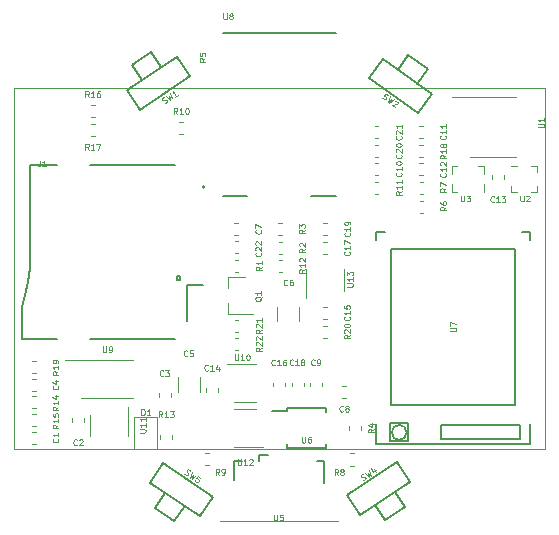
<source format=gbr>
%TF.GenerationSoftware,KiCad,Pcbnew,5.1.5+dfsg1-2~bpo10+1*%
%TF.CreationDate,Date%
%TF.ProjectId,osw,6f73772e-6b69-4636-9164-5f7063625858,1.0*%
%TF.SameCoordinates,Original*%
%TF.FileFunction,Legend,Top*%
%TF.FilePolarity,Positive*%
%FSLAX46Y46*%
G04 Gerber Fmt 4.6, Leading zero omitted, Abs format (unit mm)*
G04 Created by KiCad*
%MOMM*%
%LPD*%
G04 APERTURE LIST*
%ADD10C,0.050000*%
%ADD11C,0.120000*%
%ADD12C,0.150000*%
%ADD13C,0.100000*%
G04 APERTURE END LIST*
D10*
X137500000Y-93900000D02*
X182500000Y-93900000D01*
X137500000Y-124500000D02*
X137500000Y-93900000D01*
X182500000Y-124500000D02*
X137500000Y-124500000D01*
X182500000Y-93900000D02*
X182500000Y-124500000D01*
D11*
%TO.C,R3*%
X159920721Y-106364500D02*
X160246279Y-106364500D01*
X159920721Y-105344500D02*
X160246279Y-105344500D01*
D12*
%TO.C,SW2*%
X167607312Y-93066042D02*
X171717118Y-96051992D01*
X171717118Y-96051992D02*
X172892688Y-94433958D01*
X172892688Y-94433958D02*
X168782882Y-91448008D01*
X168782882Y-91448008D02*
X167607312Y-93066042D01*
X170028768Y-92353198D02*
X170933958Y-91107312D01*
X170933958Y-91107312D02*
X172551992Y-92282882D01*
X172551992Y-92282882D02*
X171646802Y-93528768D01*
%TO.C,SW1*%
X148203437Y-95749388D02*
X152414948Y-92908688D01*
X152414948Y-92908688D02*
X151296563Y-91250612D01*
X151296563Y-91250612D02*
X147085052Y-94091312D01*
X147085052Y-94091312D02*
X148203437Y-95749388D01*
X148361770Y-93230155D02*
X147500612Y-91953437D01*
X147500612Y-91953437D02*
X149158688Y-90835052D01*
X149158688Y-90835052D02*
X150019845Y-92111770D01*
%TO.C,SW5*%
X154373421Y-128511734D02*
X150161910Y-125671034D01*
X150161910Y-125671034D02*
X149043525Y-127329110D01*
X149043525Y-127329110D02*
X153255036Y-130169810D01*
X153255036Y-130169810D02*
X154373421Y-128511734D01*
X151978318Y-129308652D02*
X151117161Y-130585370D01*
X151117161Y-130585370D02*
X149459085Y-129466985D01*
X149459085Y-129466985D02*
X150320243Y-128190267D01*
%TO.C,SW4*%
X169962184Y-125590746D02*
X165701738Y-128357513D01*
X165701738Y-128357513D02*
X166791016Y-130034854D01*
X166791016Y-130034854D02*
X171051462Y-127268087D01*
X171051462Y-127268087D02*
X169962184Y-125590746D01*
X169759910Y-128106832D02*
X170598654Y-129398384D01*
X170598654Y-129398384D02*
X168921313Y-130487662D01*
X168921313Y-130487662D02*
X168082568Y-129196110D01*
%TO.C,U8*%
X155200000Y-89250000D02*
X164800000Y-89250000D01*
X162700000Y-103050000D02*
X164800000Y-103050000D01*
X153702349Y-102275000D02*
G75*
G03X153702349Y-102275000I-102349J0D01*
G01*
X155200000Y-103050000D02*
X157300000Y-103050000D01*
D11*
%TO.C,R18*%
X172171579Y-99722400D02*
X171846021Y-99722400D01*
X172171579Y-98702400D02*
X171846021Y-98702400D01*
%TO.C,C11*%
X172171579Y-98147600D02*
X171846021Y-98147600D01*
X172171579Y-97127600D02*
X171846021Y-97127600D01*
%TO.C,C21*%
X168061321Y-97127600D02*
X168386879Y-97127600D01*
X168061321Y-98147600D02*
X168386879Y-98147600D01*
%TO.C,C22*%
X156212321Y-106881200D02*
X156537879Y-106881200D01*
X156212321Y-107901200D02*
X156537879Y-107901200D01*
%TO.C,C20*%
X168061321Y-98702400D02*
X168386879Y-98702400D01*
X168061321Y-99722400D02*
X168386879Y-99722400D01*
D12*
%TO.C,XS1*%
X138900000Y-100450000D02*
X138900000Y-107800000D01*
X138900000Y-107800000D02*
X138850000Y-109150000D01*
X138850000Y-109150000D02*
X138700000Y-110300000D01*
X138700000Y-110300000D02*
X138500000Y-111400000D01*
X138500000Y-111400000D02*
X138200000Y-112450000D01*
X152200000Y-110600000D02*
X153500000Y-110600000D01*
X144000000Y-100450000D02*
X151200000Y-100450000D01*
X141200000Y-100450000D02*
X138900000Y-100450000D01*
X138200000Y-112450000D02*
X138200000Y-115150000D01*
X138200000Y-115150000D02*
X141200000Y-115150000D01*
X151200000Y-115150000D02*
X144000000Y-115150000D01*
X151600000Y-110150000D02*
X151600000Y-109850000D01*
X151600000Y-109850000D02*
X151300000Y-109850000D01*
X151300000Y-109850000D02*
X151300000Y-110150000D01*
X151300000Y-110150000D02*
X151600000Y-110150000D01*
X152200000Y-110600000D02*
X152200000Y-113600000D01*
D11*
%TO.C,U13*%
X162258100Y-109247100D02*
X162258100Y-111697100D01*
X165478100Y-111047100D02*
X165478100Y-109247100D01*
%TO.C,U12*%
X156199000Y-124292000D02*
X158649000Y-124292000D01*
X157999000Y-121072000D02*
X156199000Y-121072000D01*
%TO.C,U10*%
X157999000Y-117262000D02*
X155549000Y-117262000D01*
X156199000Y-120482000D02*
X157999000Y-120482000D01*
%TO.C,R22*%
X156537879Y-115034600D02*
X156212321Y-115034600D01*
X156537879Y-116054600D02*
X156212321Y-116054600D01*
%TO.C,R21*%
X156212321Y-114530600D02*
X156537879Y-114530600D01*
X156212321Y-113510600D02*
X156537879Y-113510600D01*
%TO.C,R20*%
X163692621Y-115038600D02*
X164018179Y-115038600D01*
X163692621Y-114018600D02*
X164018179Y-114018600D01*
%TO.C,R12*%
X160253879Y-108417900D02*
X159928321Y-108417900D01*
X160253879Y-109437900D02*
X159928321Y-109437900D01*
%TO.C,R2*%
X159928321Y-107913900D02*
X160253879Y-107913900D01*
X159928321Y-106893900D02*
X160253879Y-106893900D01*
%TO.C,C19*%
X163679821Y-106339100D02*
X164005379Y-106339100D01*
X163679821Y-105319100D02*
X164005379Y-105319100D01*
%TO.C,C18*%
X161034000Y-118836221D02*
X161034000Y-119161779D01*
X162054000Y-118836221D02*
X162054000Y-119161779D01*
%TO.C,C17*%
X163679821Y-107926600D02*
X164005379Y-107926600D01*
X163679821Y-106906600D02*
X164005379Y-106906600D01*
%TO.C,C16*%
X159446500Y-118836221D02*
X159446500Y-119161779D01*
X160466500Y-118836221D02*
X160466500Y-119161779D01*
%TO.C,C15*%
X163692621Y-113463800D02*
X164018179Y-113463800D01*
X163692621Y-112443800D02*
X164018179Y-112443800D01*
%TO.C,C14*%
X153820400Y-119318821D02*
X153820400Y-119644379D01*
X154840400Y-119318821D02*
X154840400Y-119644379D01*
%TO.C,C6*%
X161641200Y-113632064D02*
X161641200Y-112427936D01*
X159821200Y-113632064D02*
X159821200Y-112427936D01*
%TO.C,C5*%
X151439200Y-118396936D02*
X151439200Y-119601064D01*
X153259200Y-118396936D02*
X153259200Y-119601064D01*
%TO.C,U2*%
X179600000Y-100500000D02*
X179600000Y-100500000D01*
X180100000Y-100500000D02*
X179600000Y-100500000D01*
X179600000Y-102200000D02*
X179600000Y-102200000D01*
X179600000Y-102700000D02*
X179600000Y-102200000D01*
X180100000Y-102700000D02*
X179600000Y-102700000D01*
X181300000Y-102700000D02*
X181300000Y-102700000D01*
X181800000Y-102700000D02*
X181300000Y-102700000D01*
X181800000Y-102200000D02*
X181800000Y-102700000D01*
X181800000Y-101000000D02*
X181800000Y-101000000D01*
X181800000Y-100500000D02*
X181800000Y-101000000D01*
X181300000Y-100500000D02*
X181800000Y-100500000D01*
%TO.C,U9*%
X145440400Y-116890000D02*
X141840400Y-116890000D01*
X145440400Y-116890000D02*
X147640400Y-116890000D01*
X145440400Y-120110000D02*
X143240400Y-120110000D01*
X145440400Y-120110000D02*
X147640400Y-120110000D01*
%TO.C,R19*%
X139029221Y-117028500D02*
X139354779Y-117028500D01*
X139029221Y-118048500D02*
X139354779Y-118048500D01*
%TO.C,C13*%
X177990000Y-101612779D02*
X177990000Y-101287221D01*
X179010000Y-101612779D02*
X179010000Y-101287221D01*
%TO.C,C12*%
X172171579Y-101297200D02*
X171846021Y-101297200D01*
X172171579Y-100277200D02*
X171846021Y-100277200D01*
%TO.C,C10*%
X168061321Y-100277200D02*
X168386879Y-100277200D01*
X168061321Y-101297200D02*
X168386879Y-101297200D01*
%TO.C,C9*%
X162621500Y-119161779D02*
X162621500Y-118836221D01*
X163641500Y-119161779D02*
X163641500Y-118836221D01*
%TO.C,C8*%
X165643779Y-120144000D02*
X165318221Y-120144000D01*
X165643779Y-119124000D02*
X165318221Y-119124000D01*
%TO.C,C7*%
X156199621Y-105331800D02*
X156525179Y-105331800D01*
X156199621Y-106351800D02*
X156525179Y-106351800D01*
%TO.C,R17*%
X144352779Y-97969500D02*
X144027221Y-97969500D01*
X144352779Y-96949500D02*
X144027221Y-96949500D01*
%TO.C,R16*%
X144027221Y-95349500D02*
X144352779Y-95349500D01*
X144027221Y-96369500D02*
X144352779Y-96369500D01*
%TO.C,R7*%
X171871321Y-102872000D02*
X172196879Y-102872000D01*
X171871321Y-101852000D02*
X172196879Y-101852000D01*
%TO.C,R6*%
X171871321Y-104446800D02*
X172196879Y-104446800D01*
X171871321Y-103426800D02*
X172196879Y-103426800D01*
D13*
%TO.C,U3*%
X177300000Y-102060000D02*
X177300000Y-102700000D01*
X175080000Y-102700000D02*
X174600000Y-102700000D01*
X174600000Y-102060000D02*
X174600000Y-102700000D01*
X177300000Y-100500000D02*
X177300000Y-101140000D01*
X174600000Y-100500000D02*
X174600000Y-101140000D01*
X175080000Y-100500000D02*
X174600000Y-100500000D01*
X177300000Y-100500000D02*
X176820000Y-100500000D01*
D11*
%TO.C,U1*%
X178100000Y-94640000D02*
X174650000Y-94640000D01*
X178100000Y-94640000D02*
X180050000Y-94640000D01*
X178100000Y-99760000D02*
X176150000Y-99760000D01*
X178100000Y-99760000D02*
X180050000Y-99760000D01*
D12*
%TO.C,U6*%
X160631000Y-121232000D02*
X159406000Y-121232000D01*
X160631000Y-124357000D02*
X163981000Y-124357000D01*
X160631000Y-121007000D02*
X163981000Y-121007000D01*
X160631000Y-124357000D02*
X160631000Y-124057000D01*
X163981000Y-124357000D02*
X163981000Y-124057000D01*
X163981000Y-121007000D02*
X163981000Y-121307000D01*
X160631000Y-121007000D02*
X160631000Y-121232000D01*
D11*
%TO.C,U11*%
X147160000Y-123350000D02*
X147160000Y-120900000D01*
X143940000Y-121550000D02*
X143940000Y-123350000D01*
%TO.C,R11*%
X168061321Y-102872000D02*
X168386879Y-102872000D01*
X168061321Y-101852000D02*
X168386879Y-101852000D01*
%TO.C,R10*%
X151526021Y-97792000D02*
X151851579Y-97792000D01*
X151526021Y-96772000D02*
X151851579Y-96772000D01*
%TO.C,R14*%
X139362779Y-119990000D02*
X139037221Y-119990000D01*
X139362779Y-121010000D02*
X139037221Y-121010000D01*
%TO.C,R4*%
X165860000Y-122519221D02*
X165860000Y-122844779D01*
X166880000Y-122519221D02*
X166880000Y-122844779D01*
%TO.C,R15*%
X139362779Y-121490000D02*
X139037221Y-121490000D01*
X139362779Y-122510000D02*
X139037221Y-122510000D01*
%TO.C,R13*%
X150928800Y-123581279D02*
X150928800Y-123255721D01*
X149908800Y-123581279D02*
X149908800Y-123255721D01*
%TO.C,R1*%
X156537879Y-108430600D02*
X156212321Y-108430600D01*
X156537879Y-109450600D02*
X156212321Y-109450600D01*
%TO.C,Q1*%
X155615100Y-109900600D02*
X157075100Y-109900600D01*
X155615100Y-113060600D02*
X157775100Y-113060600D01*
X155615100Y-113060600D02*
X155615100Y-112130600D01*
X155615100Y-109900600D02*
X155615100Y-110830600D01*
%TO.C,D1*%
X147680800Y-121782100D02*
X147680800Y-124467100D01*
X149600800Y-121782100D02*
X147680800Y-121782100D01*
X149600800Y-124467100D02*
X149600800Y-121782100D01*
%TO.C,C4*%
X139362779Y-118490000D02*
X139037221Y-118490000D01*
X139362779Y-119510000D02*
X139037221Y-119510000D01*
%TO.C,C3*%
X150801800Y-120076179D02*
X150801800Y-119750621D01*
X149781800Y-120076179D02*
X149781800Y-119750621D01*
%TO.C,C2*%
X142415800Y-121858821D02*
X142415800Y-122184379D01*
X143435800Y-121858821D02*
X143435800Y-122184379D01*
%TO.C,C1*%
X139037221Y-124010000D02*
X139362779Y-124010000D01*
X139037221Y-122990000D02*
X139362779Y-122990000D01*
%TO.C,R9*%
X154061279Y-124775500D02*
X153735721Y-124775500D01*
X154061279Y-125795500D02*
X153735721Y-125795500D01*
%TO.C,R8*%
X165953221Y-125859000D02*
X166278779Y-125859000D01*
X165953221Y-124839000D02*
X166278779Y-124839000D01*
D10*
%TO.C,U5*%
X164978400Y-130532000D02*
X154978400Y-130532000D01*
D12*
X156200000Y-125500000D02*
X156800000Y-125500000D01*
X156200000Y-127100000D02*
X156200000Y-125500000D01*
X163800000Y-125500000D02*
X163200000Y-125500000D01*
X163800000Y-127300000D02*
X163800000Y-125500000D01*
X158300000Y-125000000D02*
X158300000Y-125500000D01*
X159000000Y-125000000D02*
X158300000Y-125000000D01*
%TO.C,U7*%
X180385000Y-123600000D02*
X180385000Y-122400000D01*
X180385000Y-122400000D02*
X173654000Y-122400000D01*
X173654000Y-122400000D02*
X173654000Y-123600000D01*
X173654000Y-123600000D02*
X180385000Y-123600000D01*
X170783000Y-123055000D02*
G75*
G03X170783000Y-123055000I-635000J0D01*
G01*
X170910000Y-123817000D02*
X169386000Y-123817000D01*
X169386000Y-123817000D02*
X169386000Y-122293000D01*
X169386000Y-122293000D02*
X170910000Y-122293000D01*
X170910000Y-122293000D02*
X170910000Y-123817000D01*
X179986000Y-120696000D02*
X169446000Y-120696000D01*
X169446000Y-120696000D02*
X169446000Y-107551500D01*
X169446000Y-107551500D02*
X179986000Y-107551500D01*
X179986000Y-107551500D02*
X179986000Y-120696000D01*
X168216000Y-106800000D02*
X168216000Y-106100000D01*
X168916000Y-106100000D02*
X168216000Y-106100000D01*
X181216000Y-106800000D02*
X181216000Y-106100000D01*
X180516000Y-106100000D02*
X181216000Y-106100000D01*
X181216000Y-122350000D02*
X181216000Y-124050000D01*
X168216000Y-122350000D02*
X168216000Y-124050000D01*
X181216000Y-124050000D02*
X168216000Y-124050000D01*
%TD*%
%TO.C,R3*%
D13*
X162163990Y-105887033D02*
X161925895Y-106053700D01*
X162163990Y-106172747D02*
X161663990Y-106172747D01*
X161663990Y-105982271D01*
X161687800Y-105934652D01*
X161711609Y-105910842D01*
X161759228Y-105887033D01*
X161830657Y-105887033D01*
X161878276Y-105910842D01*
X161902085Y-105934652D01*
X161925895Y-105982271D01*
X161925895Y-106172747D01*
X161663990Y-105720366D02*
X161663990Y-105410842D01*
X161854466Y-105577509D01*
X161854466Y-105506080D01*
X161878276Y-105458461D01*
X161902085Y-105434652D01*
X161949704Y-105410842D01*
X162068752Y-105410842D01*
X162116371Y-105434652D01*
X162140180Y-105458461D01*
X162163990Y-105506080D01*
X162163990Y-105648938D01*
X162140180Y-105696557D01*
X162116371Y-105720366D01*
%TO.C,J1*%
X139723833Y-100036690D02*
X139723833Y-100393833D01*
X139700023Y-100465261D01*
X139652404Y-100512880D01*
X139580976Y-100536690D01*
X139533357Y-100536690D01*
X140223833Y-100536690D02*
X139938119Y-100536690D01*
X140080976Y-100536690D02*
X140080976Y-100036690D01*
X140033357Y-100108119D01*
X139985738Y-100155738D01*
X139938119Y-100179547D01*
%TO.C,SW2*%
X168708898Y-94717072D02*
X168752690Y-94778319D01*
X168849002Y-94848294D01*
X168901521Y-94857021D01*
X168934779Y-94851754D01*
X168982031Y-94827224D01*
X169010020Y-94788699D01*
X169018748Y-94736180D01*
X169013480Y-94702923D01*
X168988951Y-94655671D01*
X168925896Y-94580429D01*
X168901367Y-94533177D01*
X168896099Y-94499919D01*
X168904827Y-94447400D01*
X168932816Y-94408875D01*
X168980069Y-94384346D01*
X169013326Y-94379078D01*
X169065845Y-94387806D01*
X169162157Y-94457780D01*
X169205949Y-94519027D01*
X169354780Y-94597729D02*
X169157199Y-95072212D01*
X169444171Y-94839257D01*
X169311297Y-95184171D01*
X169701501Y-94849637D01*
X169808348Y-94986126D02*
X169841605Y-94980858D01*
X169894125Y-94989586D01*
X169990436Y-95059560D01*
X170014966Y-95106812D01*
X170020233Y-95140070D01*
X170011506Y-95192589D01*
X169983516Y-95231114D01*
X169922269Y-95274906D01*
X169523183Y-95338115D01*
X169773593Y-95520048D01*
%TO.C,SW1*%
X150284078Y-95180977D02*
X150356609Y-95160774D01*
X150455304Y-95094203D01*
X150481468Y-95047836D01*
X150487893Y-95014783D01*
X150481003Y-94961991D01*
X150454375Y-94922513D01*
X150408008Y-94896349D01*
X150374955Y-94889924D01*
X150322163Y-94896813D01*
X150229893Y-94930331D01*
X150177100Y-94937220D01*
X150144047Y-94930795D01*
X150097680Y-94904631D01*
X150071052Y-94865153D01*
X150064163Y-94812361D01*
X150070588Y-94779308D01*
X150096751Y-94732941D01*
X150195446Y-94666370D01*
X150267977Y-94646167D01*
X150392836Y-94533229D02*
X150771128Y-94881177D01*
X150650372Y-94531836D01*
X150929040Y-94774664D01*
X150748138Y-94293575D01*
X151402775Y-94455126D02*
X151165907Y-94614895D01*
X151284341Y-94535010D02*
X151004745Y-94120492D01*
X151005209Y-94206337D01*
X150992360Y-94272443D01*
X150966196Y-94318810D01*
%TO.C,SW5*%
X151962737Y-126540986D02*
X152008640Y-126600667D01*
X152107335Y-126667238D01*
X152160127Y-126674127D01*
X152193180Y-126667702D01*
X152239547Y-126641538D01*
X152266175Y-126602060D01*
X152273064Y-126549268D01*
X152266640Y-126516215D01*
X152240476Y-126469848D01*
X152174834Y-126396852D01*
X152148670Y-126350485D01*
X152142245Y-126317432D01*
X152149134Y-126264640D01*
X152175763Y-126225162D01*
X152222130Y-126198998D01*
X152255183Y-126192573D01*
X152307975Y-126199462D01*
X152406670Y-126266033D01*
X152452573Y-126325714D01*
X152604060Y-126399174D02*
X152423158Y-126880263D01*
X152701826Y-126637435D01*
X152581070Y-126986776D01*
X152959362Y-126638828D01*
X153314664Y-126878482D02*
X153117274Y-126745341D01*
X152964394Y-126929417D01*
X152997447Y-126922992D01*
X153050239Y-126929881D01*
X153148934Y-126996452D01*
X153175098Y-127042819D01*
X153181522Y-127075872D01*
X153174633Y-127128664D01*
X153108063Y-127227359D01*
X153061695Y-127253523D01*
X153028642Y-127259948D01*
X152975850Y-127253059D01*
X152877155Y-127186488D01*
X152850991Y-127140121D01*
X152844566Y-127107068D01*
%TO.C,SW4*%
X167089510Y-127101023D02*
X167162383Y-127082089D01*
X167262225Y-127017251D01*
X167289194Y-126971347D01*
X167296195Y-126938411D01*
X167290228Y-126885507D01*
X167264293Y-126845570D01*
X167218389Y-126818601D01*
X167185453Y-126811600D01*
X167132549Y-126817567D01*
X167039708Y-126849469D01*
X166986803Y-126855436D01*
X166953868Y-126848435D01*
X166907964Y-126821466D01*
X166882029Y-126781530D01*
X166876062Y-126728625D01*
X166883063Y-126695689D01*
X166910032Y-126649786D01*
X167009874Y-126584948D01*
X167082746Y-126566013D01*
X167209557Y-126455272D02*
X167581718Y-126809769D01*
X167467078Y-126458374D01*
X167741465Y-126706028D01*
X167568987Y-126221855D01*
X167999222Y-126141184D02*
X168180769Y-126420741D01*
X167795640Y-126046276D02*
X167890312Y-126410639D01*
X168149901Y-126242060D01*
%TO.C,U8*%
X155269047Y-87576190D02*
X155269047Y-87980952D01*
X155292857Y-88028571D01*
X155316666Y-88052380D01*
X155364285Y-88076190D01*
X155459523Y-88076190D01*
X155507142Y-88052380D01*
X155530952Y-88028571D01*
X155554761Y-87980952D01*
X155554761Y-87576190D01*
X155864285Y-87790476D02*
X155816666Y-87766666D01*
X155792857Y-87742857D01*
X155769047Y-87695238D01*
X155769047Y-87671428D01*
X155792857Y-87623809D01*
X155816666Y-87600000D01*
X155864285Y-87576190D01*
X155959523Y-87576190D01*
X156007142Y-87600000D01*
X156030952Y-87623809D01*
X156054761Y-87671428D01*
X156054761Y-87695238D01*
X156030952Y-87742857D01*
X156007142Y-87766666D01*
X155959523Y-87790476D01*
X155864285Y-87790476D01*
X155816666Y-87814285D01*
X155792857Y-87838095D01*
X155769047Y-87885714D01*
X155769047Y-87980952D01*
X155792857Y-88028571D01*
X155816666Y-88052380D01*
X155864285Y-88076190D01*
X155959523Y-88076190D01*
X156007142Y-88052380D01*
X156030952Y-88028571D01*
X156054761Y-87980952D01*
X156054761Y-87885714D01*
X156030952Y-87838095D01*
X156007142Y-87814285D01*
X155959523Y-87790476D01*
%TO.C,R18*%
X174139990Y-99564828D02*
X173901895Y-99731495D01*
X174139990Y-99850542D02*
X173639990Y-99850542D01*
X173639990Y-99660066D01*
X173663800Y-99612447D01*
X173687609Y-99588638D01*
X173735228Y-99564828D01*
X173806657Y-99564828D01*
X173854276Y-99588638D01*
X173878085Y-99612447D01*
X173901895Y-99660066D01*
X173901895Y-99850542D01*
X174139990Y-99088638D02*
X174139990Y-99374352D01*
X174139990Y-99231495D02*
X173639990Y-99231495D01*
X173711419Y-99279114D01*
X173759038Y-99326733D01*
X173782847Y-99374352D01*
X173854276Y-98802923D02*
X173830466Y-98850542D01*
X173806657Y-98874352D01*
X173759038Y-98898161D01*
X173735228Y-98898161D01*
X173687609Y-98874352D01*
X173663800Y-98850542D01*
X173639990Y-98802923D01*
X173639990Y-98707685D01*
X173663800Y-98660066D01*
X173687609Y-98636257D01*
X173735228Y-98612447D01*
X173759038Y-98612447D01*
X173806657Y-98636257D01*
X173830466Y-98660066D01*
X173854276Y-98707685D01*
X173854276Y-98802923D01*
X173878085Y-98850542D01*
X173901895Y-98874352D01*
X173949514Y-98898161D01*
X174044752Y-98898161D01*
X174092371Y-98874352D01*
X174116180Y-98850542D01*
X174139990Y-98802923D01*
X174139990Y-98707685D01*
X174116180Y-98660066D01*
X174092371Y-98636257D01*
X174044752Y-98612447D01*
X173949514Y-98612447D01*
X173901895Y-98636257D01*
X173878085Y-98660066D01*
X173854276Y-98707685D01*
%TO.C,C11*%
X174066971Y-97927028D02*
X174090780Y-97950838D01*
X174114590Y-98022266D01*
X174114590Y-98069885D01*
X174090780Y-98141314D01*
X174043161Y-98188933D01*
X173995542Y-98212742D01*
X173900304Y-98236552D01*
X173828876Y-98236552D01*
X173733638Y-98212742D01*
X173686019Y-98188933D01*
X173638400Y-98141314D01*
X173614590Y-98069885D01*
X173614590Y-98022266D01*
X173638400Y-97950838D01*
X173662209Y-97927028D01*
X174114590Y-97450838D02*
X174114590Y-97736552D01*
X174114590Y-97593695D02*
X173614590Y-97593695D01*
X173686019Y-97641314D01*
X173733638Y-97688933D01*
X173757447Y-97736552D01*
X174114590Y-96974647D02*
X174114590Y-97260361D01*
X174114590Y-97117504D02*
X173614590Y-97117504D01*
X173686019Y-97165123D01*
X173733638Y-97212742D01*
X173757447Y-97260361D01*
%TO.C,C21*%
X170307771Y-97959028D02*
X170331580Y-97982838D01*
X170355390Y-98054266D01*
X170355390Y-98101885D01*
X170331580Y-98173314D01*
X170283961Y-98220933D01*
X170236342Y-98244742D01*
X170141104Y-98268552D01*
X170069676Y-98268552D01*
X169974438Y-98244742D01*
X169926819Y-98220933D01*
X169879200Y-98173314D01*
X169855390Y-98101885D01*
X169855390Y-98054266D01*
X169879200Y-97982838D01*
X169903009Y-97959028D01*
X169903009Y-97768552D02*
X169879200Y-97744742D01*
X169855390Y-97697123D01*
X169855390Y-97578076D01*
X169879200Y-97530457D01*
X169903009Y-97506647D01*
X169950628Y-97482838D01*
X169998247Y-97482838D01*
X170069676Y-97506647D01*
X170355390Y-97792361D01*
X170355390Y-97482838D01*
X170355390Y-97006647D02*
X170355390Y-97292361D01*
X170355390Y-97149504D02*
X169855390Y-97149504D01*
X169926819Y-97197123D01*
X169974438Y-97244742D01*
X169998247Y-97292361D01*
%TO.C,C22*%
X158420671Y-107839628D02*
X158444480Y-107863438D01*
X158468290Y-107934866D01*
X158468290Y-107982485D01*
X158444480Y-108053914D01*
X158396861Y-108101533D01*
X158349242Y-108125342D01*
X158254004Y-108149152D01*
X158182576Y-108149152D01*
X158087338Y-108125342D01*
X158039719Y-108101533D01*
X157992100Y-108053914D01*
X157968290Y-107982485D01*
X157968290Y-107934866D01*
X157992100Y-107863438D01*
X158015909Y-107839628D01*
X158015909Y-107649152D02*
X157992100Y-107625342D01*
X157968290Y-107577723D01*
X157968290Y-107458676D01*
X157992100Y-107411057D01*
X158015909Y-107387247D01*
X158063528Y-107363438D01*
X158111147Y-107363438D01*
X158182576Y-107387247D01*
X158468290Y-107672961D01*
X158468290Y-107363438D01*
X158015909Y-107172961D02*
X157992100Y-107149152D01*
X157968290Y-107101533D01*
X157968290Y-106982485D01*
X157992100Y-106934866D01*
X158015909Y-106911057D01*
X158063528Y-106887247D01*
X158111147Y-106887247D01*
X158182576Y-106911057D01*
X158468290Y-107196771D01*
X158468290Y-106887247D01*
%TO.C,C20*%
X170307771Y-99533828D02*
X170331580Y-99557638D01*
X170355390Y-99629066D01*
X170355390Y-99676685D01*
X170331580Y-99748114D01*
X170283961Y-99795733D01*
X170236342Y-99819542D01*
X170141104Y-99843352D01*
X170069676Y-99843352D01*
X169974438Y-99819542D01*
X169926819Y-99795733D01*
X169879200Y-99748114D01*
X169855390Y-99676685D01*
X169855390Y-99629066D01*
X169879200Y-99557638D01*
X169903009Y-99533828D01*
X169903009Y-99343352D02*
X169879200Y-99319542D01*
X169855390Y-99271923D01*
X169855390Y-99152876D01*
X169879200Y-99105257D01*
X169903009Y-99081447D01*
X169950628Y-99057638D01*
X169998247Y-99057638D01*
X170069676Y-99081447D01*
X170355390Y-99367161D01*
X170355390Y-99057638D01*
X169855390Y-98748114D02*
X169855390Y-98700495D01*
X169879200Y-98652876D01*
X169903009Y-98629066D01*
X169950628Y-98605257D01*
X170045866Y-98581447D01*
X170164914Y-98581447D01*
X170260152Y-98605257D01*
X170307771Y-98629066D01*
X170331580Y-98652876D01*
X170355390Y-98700495D01*
X170355390Y-98748114D01*
X170331580Y-98795733D01*
X170307771Y-98819542D01*
X170260152Y-98843352D01*
X170164914Y-98867161D01*
X170045866Y-98867161D01*
X169950628Y-98843352D01*
X169903009Y-98819542D01*
X169879200Y-98795733D01*
X169855390Y-98748114D01*
%TO.C,R5*%
X153743790Y-91370933D02*
X153505695Y-91537600D01*
X153743790Y-91656647D02*
X153243790Y-91656647D01*
X153243790Y-91466171D01*
X153267600Y-91418552D01*
X153291409Y-91394742D01*
X153339028Y-91370933D01*
X153410457Y-91370933D01*
X153458076Y-91394742D01*
X153481885Y-91418552D01*
X153505695Y-91466171D01*
X153505695Y-91656647D01*
X153243790Y-90918552D02*
X153243790Y-91156647D01*
X153481885Y-91180457D01*
X153458076Y-91156647D01*
X153434266Y-91109028D01*
X153434266Y-90989980D01*
X153458076Y-90942361D01*
X153481885Y-90918552D01*
X153529504Y-90894742D01*
X153648552Y-90894742D01*
X153696171Y-90918552D01*
X153719980Y-90942361D01*
X153743790Y-90989980D01*
X153743790Y-91109028D01*
X153719980Y-91156647D01*
X153696171Y-91180457D01*
%TO.C,U13*%
X165740590Y-110702647D02*
X166145352Y-110702647D01*
X166192971Y-110678838D01*
X166216780Y-110655028D01*
X166240590Y-110607409D01*
X166240590Y-110512171D01*
X166216780Y-110464552D01*
X166192971Y-110440742D01*
X166145352Y-110416933D01*
X165740590Y-110416933D01*
X166240590Y-109916933D02*
X166240590Y-110202647D01*
X166240590Y-110059790D02*
X165740590Y-110059790D01*
X165812019Y-110107409D01*
X165859638Y-110155028D01*
X165883447Y-110202647D01*
X165740590Y-109750266D02*
X165740590Y-109440742D01*
X165931066Y-109607409D01*
X165931066Y-109535980D01*
X165954876Y-109488361D01*
X165978685Y-109464552D01*
X166026304Y-109440742D01*
X166145352Y-109440742D01*
X166192971Y-109464552D01*
X166216780Y-109488361D01*
X166240590Y-109535980D01*
X166240590Y-109678838D01*
X166216780Y-109726457D01*
X166192971Y-109750266D01*
%TO.C,U12*%
X156479952Y-125308190D02*
X156479952Y-125712952D01*
X156503761Y-125760571D01*
X156527571Y-125784380D01*
X156575190Y-125808190D01*
X156670428Y-125808190D01*
X156718047Y-125784380D01*
X156741857Y-125760571D01*
X156765666Y-125712952D01*
X156765666Y-125308190D01*
X157265666Y-125808190D02*
X156979952Y-125808190D01*
X157122809Y-125808190D02*
X157122809Y-125308190D01*
X157075190Y-125379619D01*
X157027571Y-125427238D01*
X156979952Y-125451047D01*
X157456142Y-125355809D02*
X157479952Y-125332000D01*
X157527571Y-125308190D01*
X157646619Y-125308190D01*
X157694238Y-125332000D01*
X157718047Y-125355809D01*
X157741857Y-125403428D01*
X157741857Y-125451047D01*
X157718047Y-125522476D01*
X157432333Y-125808190D01*
X157741857Y-125808190D01*
%TO.C,U10*%
X156225952Y-116439190D02*
X156225952Y-116843952D01*
X156249761Y-116891571D01*
X156273571Y-116915380D01*
X156321190Y-116939190D01*
X156416428Y-116939190D01*
X156464047Y-116915380D01*
X156487857Y-116891571D01*
X156511666Y-116843952D01*
X156511666Y-116439190D01*
X157011666Y-116939190D02*
X156725952Y-116939190D01*
X156868809Y-116939190D02*
X156868809Y-116439190D01*
X156821190Y-116510619D01*
X156773571Y-116558238D01*
X156725952Y-116582047D01*
X157321190Y-116439190D02*
X157368809Y-116439190D01*
X157416428Y-116463000D01*
X157440238Y-116486809D01*
X157464047Y-116534428D01*
X157487857Y-116629666D01*
X157487857Y-116748714D01*
X157464047Y-116843952D01*
X157440238Y-116891571D01*
X157416428Y-116915380D01*
X157368809Y-116939190D01*
X157321190Y-116939190D01*
X157273571Y-116915380D01*
X157249761Y-116891571D01*
X157225952Y-116843952D01*
X157202142Y-116748714D01*
X157202142Y-116629666D01*
X157225952Y-116534428D01*
X157249761Y-116486809D01*
X157273571Y-116463000D01*
X157321190Y-116439190D01*
%TO.C,R22*%
X158506290Y-115866028D02*
X158268195Y-116032695D01*
X158506290Y-116151742D02*
X158006290Y-116151742D01*
X158006290Y-115961266D01*
X158030100Y-115913647D01*
X158053909Y-115889838D01*
X158101528Y-115866028D01*
X158172957Y-115866028D01*
X158220576Y-115889838D01*
X158244385Y-115913647D01*
X158268195Y-115961266D01*
X158268195Y-116151742D01*
X158053909Y-115675552D02*
X158030100Y-115651742D01*
X158006290Y-115604123D01*
X158006290Y-115485076D01*
X158030100Y-115437457D01*
X158053909Y-115413647D01*
X158101528Y-115389838D01*
X158149147Y-115389838D01*
X158220576Y-115413647D01*
X158506290Y-115699361D01*
X158506290Y-115389838D01*
X158053909Y-115199361D02*
X158030100Y-115175552D01*
X158006290Y-115127933D01*
X158006290Y-115008885D01*
X158030100Y-114961266D01*
X158053909Y-114937457D01*
X158101528Y-114913647D01*
X158149147Y-114913647D01*
X158220576Y-114937457D01*
X158506290Y-115223171D01*
X158506290Y-114913647D01*
%TO.C,R21*%
X158506290Y-114342028D02*
X158268195Y-114508695D01*
X158506290Y-114627742D02*
X158006290Y-114627742D01*
X158006290Y-114437266D01*
X158030100Y-114389647D01*
X158053909Y-114365838D01*
X158101528Y-114342028D01*
X158172957Y-114342028D01*
X158220576Y-114365838D01*
X158244385Y-114389647D01*
X158268195Y-114437266D01*
X158268195Y-114627742D01*
X158053909Y-114151552D02*
X158030100Y-114127742D01*
X158006290Y-114080123D01*
X158006290Y-113961076D01*
X158030100Y-113913457D01*
X158053909Y-113889647D01*
X158101528Y-113865838D01*
X158149147Y-113865838D01*
X158220576Y-113889647D01*
X158506290Y-114175361D01*
X158506290Y-113865838D01*
X158506290Y-113389647D02*
X158506290Y-113675361D01*
X158506290Y-113532504D02*
X158006290Y-113532504D01*
X158077719Y-113580123D01*
X158125338Y-113627742D01*
X158149147Y-113675361D01*
%TO.C,R20*%
X165973990Y-114811928D02*
X165735895Y-114978595D01*
X165973990Y-115097642D02*
X165473990Y-115097642D01*
X165473990Y-114907166D01*
X165497800Y-114859547D01*
X165521609Y-114835738D01*
X165569228Y-114811928D01*
X165640657Y-114811928D01*
X165688276Y-114835738D01*
X165712085Y-114859547D01*
X165735895Y-114907166D01*
X165735895Y-115097642D01*
X165521609Y-114621452D02*
X165497800Y-114597642D01*
X165473990Y-114550023D01*
X165473990Y-114430976D01*
X165497800Y-114383357D01*
X165521609Y-114359547D01*
X165569228Y-114335738D01*
X165616847Y-114335738D01*
X165688276Y-114359547D01*
X165973990Y-114645261D01*
X165973990Y-114335738D01*
X165473990Y-114026214D02*
X165473990Y-113978595D01*
X165497800Y-113930976D01*
X165521609Y-113907166D01*
X165569228Y-113883357D01*
X165664466Y-113859547D01*
X165783514Y-113859547D01*
X165878752Y-113883357D01*
X165926371Y-113907166D01*
X165950180Y-113930976D01*
X165973990Y-113978595D01*
X165973990Y-114026214D01*
X165950180Y-114073833D01*
X165926371Y-114097642D01*
X165878752Y-114121452D01*
X165783514Y-114145261D01*
X165664466Y-114145261D01*
X165569228Y-114121452D01*
X165521609Y-114097642D01*
X165497800Y-114073833D01*
X165473990Y-114026214D01*
%TO.C,R12*%
X162189290Y-109249328D02*
X161951195Y-109415995D01*
X162189290Y-109535042D02*
X161689290Y-109535042D01*
X161689290Y-109344566D01*
X161713100Y-109296947D01*
X161736909Y-109273138D01*
X161784528Y-109249328D01*
X161855957Y-109249328D01*
X161903576Y-109273138D01*
X161927385Y-109296947D01*
X161951195Y-109344566D01*
X161951195Y-109535042D01*
X162189290Y-108773138D02*
X162189290Y-109058852D01*
X162189290Y-108915995D02*
X161689290Y-108915995D01*
X161760719Y-108963614D01*
X161808338Y-109011233D01*
X161832147Y-109058852D01*
X161736909Y-108582661D02*
X161713100Y-108558852D01*
X161689290Y-108511233D01*
X161689290Y-108392185D01*
X161713100Y-108344566D01*
X161736909Y-108320757D01*
X161784528Y-108296947D01*
X161832147Y-108296947D01*
X161903576Y-108320757D01*
X162189290Y-108606471D01*
X162189290Y-108296947D01*
%TO.C,R2*%
X162189290Y-107487233D02*
X161951195Y-107653900D01*
X162189290Y-107772947D02*
X161689290Y-107772947D01*
X161689290Y-107582471D01*
X161713100Y-107534852D01*
X161736909Y-107511042D01*
X161784528Y-107487233D01*
X161855957Y-107487233D01*
X161903576Y-107511042D01*
X161927385Y-107534852D01*
X161951195Y-107582471D01*
X161951195Y-107772947D01*
X161736909Y-107296757D02*
X161713100Y-107272947D01*
X161689290Y-107225328D01*
X161689290Y-107106280D01*
X161713100Y-107058661D01*
X161736909Y-107034852D01*
X161784528Y-107011042D01*
X161832147Y-107011042D01*
X161903576Y-107034852D01*
X162189290Y-107320566D01*
X162189290Y-107011042D01*
%TO.C,C19*%
X165951671Y-106150528D02*
X165975480Y-106174338D01*
X165999290Y-106245766D01*
X165999290Y-106293385D01*
X165975480Y-106364814D01*
X165927861Y-106412433D01*
X165880242Y-106436242D01*
X165785004Y-106460052D01*
X165713576Y-106460052D01*
X165618338Y-106436242D01*
X165570719Y-106412433D01*
X165523100Y-106364814D01*
X165499290Y-106293385D01*
X165499290Y-106245766D01*
X165523100Y-106174338D01*
X165546909Y-106150528D01*
X165999290Y-105674338D02*
X165999290Y-105960052D01*
X165999290Y-105817195D02*
X165499290Y-105817195D01*
X165570719Y-105864814D01*
X165618338Y-105912433D01*
X165642147Y-105960052D01*
X165999290Y-105436242D02*
X165999290Y-105341004D01*
X165975480Y-105293385D01*
X165951671Y-105269576D01*
X165880242Y-105221957D01*
X165785004Y-105198147D01*
X165594528Y-105198147D01*
X165546909Y-105221957D01*
X165523100Y-105245766D01*
X165499290Y-105293385D01*
X165499290Y-105388623D01*
X165523100Y-105436242D01*
X165546909Y-105460052D01*
X165594528Y-105483861D01*
X165713576Y-105483861D01*
X165761195Y-105460052D01*
X165785004Y-105436242D01*
X165808814Y-105388623D01*
X165808814Y-105293385D01*
X165785004Y-105245766D01*
X165761195Y-105221957D01*
X165713576Y-105198147D01*
%TO.C,C18*%
X161171771Y-117323371D02*
X161147961Y-117347180D01*
X161076533Y-117370990D01*
X161028914Y-117370990D01*
X160957485Y-117347180D01*
X160909866Y-117299561D01*
X160886057Y-117251942D01*
X160862247Y-117156704D01*
X160862247Y-117085276D01*
X160886057Y-116990038D01*
X160909866Y-116942419D01*
X160957485Y-116894800D01*
X161028914Y-116870990D01*
X161076533Y-116870990D01*
X161147961Y-116894800D01*
X161171771Y-116918609D01*
X161647961Y-117370990D02*
X161362247Y-117370990D01*
X161505104Y-117370990D02*
X161505104Y-116870990D01*
X161457485Y-116942419D01*
X161409866Y-116990038D01*
X161362247Y-117013847D01*
X161933676Y-117085276D02*
X161886057Y-117061466D01*
X161862247Y-117037657D01*
X161838438Y-116990038D01*
X161838438Y-116966228D01*
X161862247Y-116918609D01*
X161886057Y-116894800D01*
X161933676Y-116870990D01*
X162028914Y-116870990D01*
X162076533Y-116894800D01*
X162100342Y-116918609D01*
X162124152Y-116966228D01*
X162124152Y-116990038D01*
X162100342Y-117037657D01*
X162076533Y-117061466D01*
X162028914Y-117085276D01*
X161933676Y-117085276D01*
X161886057Y-117109085D01*
X161862247Y-117132895D01*
X161838438Y-117180514D01*
X161838438Y-117275752D01*
X161862247Y-117323371D01*
X161886057Y-117347180D01*
X161933676Y-117370990D01*
X162028914Y-117370990D01*
X162076533Y-117347180D01*
X162100342Y-117323371D01*
X162124152Y-117275752D01*
X162124152Y-117180514D01*
X162100342Y-117132895D01*
X162076533Y-117109085D01*
X162028914Y-117085276D01*
%TO.C,C17*%
X165926171Y-107738028D02*
X165949980Y-107761838D01*
X165973790Y-107833266D01*
X165973790Y-107880885D01*
X165949980Y-107952314D01*
X165902361Y-107999933D01*
X165854742Y-108023742D01*
X165759504Y-108047552D01*
X165688076Y-108047552D01*
X165592838Y-108023742D01*
X165545219Y-107999933D01*
X165497600Y-107952314D01*
X165473790Y-107880885D01*
X165473790Y-107833266D01*
X165497600Y-107761838D01*
X165521409Y-107738028D01*
X165973790Y-107261838D02*
X165973790Y-107547552D01*
X165973790Y-107404695D02*
X165473790Y-107404695D01*
X165545219Y-107452314D01*
X165592838Y-107499933D01*
X165616647Y-107547552D01*
X165473790Y-107095171D02*
X165473790Y-106761838D01*
X165973790Y-106976123D01*
%TO.C,C16*%
X159635071Y-117336071D02*
X159611261Y-117359880D01*
X159539833Y-117383690D01*
X159492214Y-117383690D01*
X159420785Y-117359880D01*
X159373166Y-117312261D01*
X159349357Y-117264642D01*
X159325547Y-117169404D01*
X159325547Y-117097976D01*
X159349357Y-117002738D01*
X159373166Y-116955119D01*
X159420785Y-116907500D01*
X159492214Y-116883690D01*
X159539833Y-116883690D01*
X159611261Y-116907500D01*
X159635071Y-116931309D01*
X160111261Y-117383690D02*
X159825547Y-117383690D01*
X159968404Y-117383690D02*
X159968404Y-116883690D01*
X159920785Y-116955119D01*
X159873166Y-117002738D01*
X159825547Y-117026547D01*
X160539833Y-116883690D02*
X160444595Y-116883690D01*
X160396976Y-116907500D01*
X160373166Y-116931309D01*
X160325547Y-117002738D01*
X160301738Y-117097976D01*
X160301738Y-117288452D01*
X160325547Y-117336071D01*
X160349357Y-117359880D01*
X160396976Y-117383690D01*
X160492214Y-117383690D01*
X160539833Y-117359880D01*
X160563642Y-117336071D01*
X160587452Y-117288452D01*
X160587452Y-117169404D01*
X160563642Y-117121785D01*
X160539833Y-117097976D01*
X160492214Y-117074166D01*
X160396976Y-117074166D01*
X160349357Y-117097976D01*
X160325547Y-117121785D01*
X160301738Y-117169404D01*
%TO.C,C15*%
X165926371Y-113249828D02*
X165950180Y-113273638D01*
X165973990Y-113345066D01*
X165973990Y-113392685D01*
X165950180Y-113464114D01*
X165902561Y-113511733D01*
X165854942Y-113535542D01*
X165759704Y-113559352D01*
X165688276Y-113559352D01*
X165593038Y-113535542D01*
X165545419Y-113511733D01*
X165497800Y-113464114D01*
X165473990Y-113392685D01*
X165473990Y-113345066D01*
X165497800Y-113273638D01*
X165521609Y-113249828D01*
X165973990Y-112773638D02*
X165973990Y-113059352D01*
X165973990Y-112916495D02*
X165473990Y-112916495D01*
X165545419Y-112964114D01*
X165593038Y-113011733D01*
X165616847Y-113059352D01*
X165473990Y-112321257D02*
X165473990Y-112559352D01*
X165712085Y-112583161D01*
X165688276Y-112559352D01*
X165664466Y-112511733D01*
X165664466Y-112392685D01*
X165688276Y-112345066D01*
X165712085Y-112321257D01*
X165759704Y-112297447D01*
X165878752Y-112297447D01*
X165926371Y-112321257D01*
X165950180Y-112345066D01*
X165973990Y-112392685D01*
X165973990Y-112511733D01*
X165950180Y-112559352D01*
X165926371Y-112583161D01*
%TO.C,C14*%
X153958171Y-117780471D02*
X153934361Y-117804280D01*
X153862933Y-117828090D01*
X153815314Y-117828090D01*
X153743885Y-117804280D01*
X153696266Y-117756661D01*
X153672457Y-117709042D01*
X153648647Y-117613804D01*
X153648647Y-117542376D01*
X153672457Y-117447138D01*
X153696266Y-117399519D01*
X153743885Y-117351900D01*
X153815314Y-117328090D01*
X153862933Y-117328090D01*
X153934361Y-117351900D01*
X153958171Y-117375709D01*
X154434361Y-117828090D02*
X154148647Y-117828090D01*
X154291504Y-117828090D02*
X154291504Y-117328090D01*
X154243885Y-117399519D01*
X154196266Y-117447138D01*
X154148647Y-117470947D01*
X154862933Y-117494757D02*
X154862933Y-117828090D01*
X154743885Y-117304280D02*
X154624838Y-117661423D01*
X154934361Y-117661423D01*
%TO.C,C6*%
X160673266Y-110566971D02*
X160649457Y-110590780D01*
X160578028Y-110614590D01*
X160530409Y-110614590D01*
X160458980Y-110590780D01*
X160411361Y-110543161D01*
X160387552Y-110495542D01*
X160363742Y-110400304D01*
X160363742Y-110328876D01*
X160387552Y-110233638D01*
X160411361Y-110186019D01*
X160458980Y-110138400D01*
X160530409Y-110114590D01*
X160578028Y-110114590D01*
X160649457Y-110138400D01*
X160673266Y-110162209D01*
X161101838Y-110114590D02*
X161006600Y-110114590D01*
X160958980Y-110138400D01*
X160935171Y-110162209D01*
X160887552Y-110233638D01*
X160863742Y-110328876D01*
X160863742Y-110519352D01*
X160887552Y-110566971D01*
X160911361Y-110590780D01*
X160958980Y-110614590D01*
X161054219Y-110614590D01*
X161101838Y-110590780D01*
X161125647Y-110566971D01*
X161149457Y-110519352D01*
X161149457Y-110400304D01*
X161125647Y-110352685D01*
X161101838Y-110328876D01*
X161054219Y-110305066D01*
X160958980Y-110305066D01*
X160911361Y-110328876D01*
X160887552Y-110352685D01*
X160863742Y-110400304D01*
%TO.C,C5*%
X152215066Y-116561371D02*
X152191257Y-116585180D01*
X152119828Y-116608990D01*
X152072209Y-116608990D01*
X152000780Y-116585180D01*
X151953161Y-116537561D01*
X151929352Y-116489942D01*
X151905542Y-116394704D01*
X151905542Y-116323276D01*
X151929352Y-116228038D01*
X151953161Y-116180419D01*
X152000780Y-116132800D01*
X152072209Y-116108990D01*
X152119828Y-116108990D01*
X152191257Y-116132800D01*
X152215066Y-116156609D01*
X152667447Y-116108990D02*
X152429352Y-116108990D01*
X152405542Y-116347085D01*
X152429352Y-116323276D01*
X152476971Y-116299466D01*
X152596019Y-116299466D01*
X152643638Y-116323276D01*
X152667447Y-116347085D01*
X152691257Y-116394704D01*
X152691257Y-116513752D01*
X152667447Y-116561371D01*
X152643638Y-116585180D01*
X152596019Y-116608990D01*
X152476971Y-116608990D01*
X152429352Y-116585180D01*
X152405542Y-116561371D01*
%TO.C,U2*%
X180416247Y-103002590D02*
X180416247Y-103407352D01*
X180440057Y-103454971D01*
X180463866Y-103478780D01*
X180511485Y-103502590D01*
X180606723Y-103502590D01*
X180654342Y-103478780D01*
X180678152Y-103454971D01*
X180701961Y-103407352D01*
X180701961Y-103002590D01*
X180916247Y-103050209D02*
X180940057Y-103026400D01*
X180987676Y-103002590D01*
X181106723Y-103002590D01*
X181154342Y-103026400D01*
X181178152Y-103050209D01*
X181201961Y-103097828D01*
X181201961Y-103145447D01*
X181178152Y-103216876D01*
X180892438Y-103502590D01*
X181201961Y-103502590D01*
%TO.C,U9*%
X145059447Y-115776190D02*
X145059447Y-116180952D01*
X145083257Y-116228571D01*
X145107066Y-116252380D01*
X145154685Y-116276190D01*
X145249923Y-116276190D01*
X145297542Y-116252380D01*
X145321352Y-116228571D01*
X145345161Y-116180952D01*
X145345161Y-115776190D01*
X145607066Y-116276190D02*
X145702304Y-116276190D01*
X145749923Y-116252380D01*
X145773733Y-116228571D01*
X145821352Y-116157142D01*
X145845161Y-116061904D01*
X145845161Y-115871428D01*
X145821352Y-115823809D01*
X145797542Y-115800000D01*
X145749923Y-115776190D01*
X145654685Y-115776190D01*
X145607066Y-115800000D01*
X145583257Y-115823809D01*
X145559447Y-115871428D01*
X145559447Y-115990476D01*
X145583257Y-116038095D01*
X145607066Y-116061904D01*
X145654685Y-116085714D01*
X145749923Y-116085714D01*
X145797542Y-116061904D01*
X145821352Y-116038095D01*
X145845161Y-115990476D01*
%TO.C,R19*%
X141297790Y-117872628D02*
X141059695Y-118039295D01*
X141297790Y-118158342D02*
X140797790Y-118158342D01*
X140797790Y-117967866D01*
X140821600Y-117920247D01*
X140845409Y-117896438D01*
X140893028Y-117872628D01*
X140964457Y-117872628D01*
X141012076Y-117896438D01*
X141035885Y-117920247D01*
X141059695Y-117967866D01*
X141059695Y-118158342D01*
X141297790Y-117396438D02*
X141297790Y-117682152D01*
X141297790Y-117539295D02*
X140797790Y-117539295D01*
X140869219Y-117586914D01*
X140916838Y-117634533D01*
X140940647Y-117682152D01*
X141297790Y-117158342D02*
X141297790Y-117063104D01*
X141273980Y-117015485D01*
X141250171Y-116991676D01*
X141178742Y-116944057D01*
X141083504Y-116920247D01*
X140893028Y-116920247D01*
X140845409Y-116944057D01*
X140821600Y-116967866D01*
X140797790Y-117015485D01*
X140797790Y-117110723D01*
X140821600Y-117158342D01*
X140845409Y-117182152D01*
X140893028Y-117205961D01*
X141012076Y-117205961D01*
X141059695Y-117182152D01*
X141083504Y-117158342D01*
X141107314Y-117110723D01*
X141107314Y-117015485D01*
X141083504Y-116967866D01*
X141059695Y-116944057D01*
X141012076Y-116920247D01*
%TO.C,C13*%
X178177071Y-103505771D02*
X178153261Y-103529580D01*
X178081833Y-103553390D01*
X178034214Y-103553390D01*
X177962785Y-103529580D01*
X177915166Y-103481961D01*
X177891357Y-103434342D01*
X177867547Y-103339104D01*
X177867547Y-103267676D01*
X177891357Y-103172438D01*
X177915166Y-103124819D01*
X177962785Y-103077200D01*
X178034214Y-103053390D01*
X178081833Y-103053390D01*
X178153261Y-103077200D01*
X178177071Y-103101009D01*
X178653261Y-103553390D02*
X178367547Y-103553390D01*
X178510404Y-103553390D02*
X178510404Y-103053390D01*
X178462785Y-103124819D01*
X178415166Y-103172438D01*
X178367547Y-103196247D01*
X178819928Y-103053390D02*
X179129452Y-103053390D01*
X178962785Y-103243866D01*
X179034214Y-103243866D01*
X179081833Y-103267676D01*
X179105642Y-103291485D01*
X179129452Y-103339104D01*
X179129452Y-103458152D01*
X179105642Y-103505771D01*
X179081833Y-103529580D01*
X179034214Y-103553390D01*
X178891357Y-103553390D01*
X178843738Y-103529580D01*
X178819928Y-103505771D01*
%TO.C,C12*%
X174066971Y-101108628D02*
X174090780Y-101132438D01*
X174114590Y-101203866D01*
X174114590Y-101251485D01*
X174090780Y-101322914D01*
X174043161Y-101370533D01*
X173995542Y-101394342D01*
X173900304Y-101418152D01*
X173828876Y-101418152D01*
X173733638Y-101394342D01*
X173686019Y-101370533D01*
X173638400Y-101322914D01*
X173614590Y-101251485D01*
X173614590Y-101203866D01*
X173638400Y-101132438D01*
X173662209Y-101108628D01*
X174114590Y-100632438D02*
X174114590Y-100918152D01*
X174114590Y-100775295D02*
X173614590Y-100775295D01*
X173686019Y-100822914D01*
X173733638Y-100870533D01*
X173757447Y-100918152D01*
X173662209Y-100441961D02*
X173638400Y-100418152D01*
X173614590Y-100370533D01*
X173614590Y-100251485D01*
X173638400Y-100203866D01*
X173662209Y-100180057D01*
X173709828Y-100156247D01*
X173757447Y-100156247D01*
X173828876Y-100180057D01*
X174114590Y-100465771D01*
X174114590Y-100156247D01*
%TO.C,C10*%
X170307771Y-101057828D02*
X170331580Y-101081638D01*
X170355390Y-101153066D01*
X170355390Y-101200685D01*
X170331580Y-101272114D01*
X170283961Y-101319733D01*
X170236342Y-101343542D01*
X170141104Y-101367352D01*
X170069676Y-101367352D01*
X169974438Y-101343542D01*
X169926819Y-101319733D01*
X169879200Y-101272114D01*
X169855390Y-101200685D01*
X169855390Y-101153066D01*
X169879200Y-101081638D01*
X169903009Y-101057828D01*
X170355390Y-100581638D02*
X170355390Y-100867352D01*
X170355390Y-100724495D02*
X169855390Y-100724495D01*
X169926819Y-100772114D01*
X169974438Y-100819733D01*
X169998247Y-100867352D01*
X169855390Y-100272114D02*
X169855390Y-100224495D01*
X169879200Y-100176876D01*
X169903009Y-100153066D01*
X169950628Y-100129257D01*
X170045866Y-100105447D01*
X170164914Y-100105447D01*
X170260152Y-100129257D01*
X170307771Y-100153066D01*
X170331580Y-100176876D01*
X170355390Y-100224495D01*
X170355390Y-100272114D01*
X170331580Y-100319733D01*
X170307771Y-100343542D01*
X170260152Y-100367352D01*
X170164914Y-100391161D01*
X170045866Y-100391161D01*
X169950628Y-100367352D01*
X169903009Y-100343542D01*
X169879200Y-100319733D01*
X169855390Y-100272114D01*
%TO.C,C9*%
X162984666Y-117323371D02*
X162960857Y-117347180D01*
X162889428Y-117370990D01*
X162841809Y-117370990D01*
X162770380Y-117347180D01*
X162722761Y-117299561D01*
X162698952Y-117251942D01*
X162675142Y-117156704D01*
X162675142Y-117085276D01*
X162698952Y-116990038D01*
X162722761Y-116942419D01*
X162770380Y-116894800D01*
X162841809Y-116870990D01*
X162889428Y-116870990D01*
X162960857Y-116894800D01*
X162984666Y-116918609D01*
X163222761Y-117370990D02*
X163318000Y-117370990D01*
X163365619Y-117347180D01*
X163389428Y-117323371D01*
X163437047Y-117251942D01*
X163460857Y-117156704D01*
X163460857Y-116966228D01*
X163437047Y-116918609D01*
X163413238Y-116894800D01*
X163365619Y-116870990D01*
X163270380Y-116870990D01*
X163222761Y-116894800D01*
X163198952Y-116918609D01*
X163175142Y-116966228D01*
X163175142Y-117085276D01*
X163198952Y-117132895D01*
X163222761Y-117156704D01*
X163270380Y-117180514D01*
X163365619Y-117180514D01*
X163413238Y-117156704D01*
X163437047Y-117132895D01*
X163460857Y-117085276D01*
%TO.C,C8*%
X165397666Y-121242571D02*
X165373857Y-121266380D01*
X165302428Y-121290190D01*
X165254809Y-121290190D01*
X165183380Y-121266380D01*
X165135761Y-121218761D01*
X165111952Y-121171142D01*
X165088142Y-121075904D01*
X165088142Y-121004476D01*
X165111952Y-120909238D01*
X165135761Y-120861619D01*
X165183380Y-120814000D01*
X165254809Y-120790190D01*
X165302428Y-120790190D01*
X165373857Y-120814000D01*
X165397666Y-120837809D01*
X165683380Y-121004476D02*
X165635761Y-120980666D01*
X165611952Y-120956857D01*
X165588142Y-120909238D01*
X165588142Y-120885428D01*
X165611952Y-120837809D01*
X165635761Y-120814000D01*
X165683380Y-120790190D01*
X165778619Y-120790190D01*
X165826238Y-120814000D01*
X165850047Y-120837809D01*
X165873857Y-120885428D01*
X165873857Y-120909238D01*
X165850047Y-120956857D01*
X165826238Y-120980666D01*
X165778619Y-121004476D01*
X165683380Y-121004476D01*
X165635761Y-121028285D01*
X165611952Y-121052095D01*
X165588142Y-121099714D01*
X165588142Y-121194952D01*
X165611952Y-121242571D01*
X165635761Y-121266380D01*
X165683380Y-121290190D01*
X165778619Y-121290190D01*
X165826238Y-121266380D01*
X165850047Y-121242571D01*
X165873857Y-121194952D01*
X165873857Y-121099714D01*
X165850047Y-121052095D01*
X165826238Y-121028285D01*
X165778619Y-121004476D01*
%TO.C,C7*%
X158431471Y-105907133D02*
X158455280Y-105930942D01*
X158479090Y-106002371D01*
X158479090Y-106049990D01*
X158455280Y-106121419D01*
X158407661Y-106169038D01*
X158360042Y-106192847D01*
X158264804Y-106216657D01*
X158193376Y-106216657D01*
X158098138Y-106192847D01*
X158050519Y-106169038D01*
X158002900Y-106121419D01*
X157979090Y-106049990D01*
X157979090Y-106002371D01*
X158002900Y-105930942D01*
X158026709Y-105907133D01*
X157979090Y-105740466D02*
X157979090Y-105407133D01*
X158479090Y-105621419D01*
%TO.C,R17*%
X143868571Y-99115690D02*
X143701904Y-98877595D01*
X143582857Y-99115690D02*
X143582857Y-98615690D01*
X143773333Y-98615690D01*
X143820952Y-98639500D01*
X143844761Y-98663309D01*
X143868571Y-98710928D01*
X143868571Y-98782357D01*
X143844761Y-98829976D01*
X143820952Y-98853785D01*
X143773333Y-98877595D01*
X143582857Y-98877595D01*
X144344761Y-99115690D02*
X144059047Y-99115690D01*
X144201904Y-99115690D02*
X144201904Y-98615690D01*
X144154285Y-98687119D01*
X144106666Y-98734738D01*
X144059047Y-98758547D01*
X144511428Y-98615690D02*
X144844761Y-98615690D01*
X144630476Y-99115690D01*
%TO.C,R16*%
X143868571Y-94655690D02*
X143701904Y-94417595D01*
X143582857Y-94655690D02*
X143582857Y-94155690D01*
X143773333Y-94155690D01*
X143820952Y-94179500D01*
X143844761Y-94203309D01*
X143868571Y-94250928D01*
X143868571Y-94322357D01*
X143844761Y-94369976D01*
X143820952Y-94393785D01*
X143773333Y-94417595D01*
X143582857Y-94417595D01*
X144344761Y-94655690D02*
X144059047Y-94655690D01*
X144201904Y-94655690D02*
X144201904Y-94155690D01*
X144154285Y-94227119D01*
X144106666Y-94274738D01*
X144059047Y-94298547D01*
X144773333Y-94155690D02*
X144678095Y-94155690D01*
X144630476Y-94179500D01*
X144606666Y-94203309D01*
X144559047Y-94274738D01*
X144535238Y-94369976D01*
X144535238Y-94560452D01*
X144559047Y-94608071D01*
X144582857Y-94631880D01*
X144630476Y-94655690D01*
X144725714Y-94655690D01*
X144773333Y-94631880D01*
X144797142Y-94608071D01*
X144820952Y-94560452D01*
X144820952Y-94441404D01*
X144797142Y-94393785D01*
X144773333Y-94369976D01*
X144725714Y-94346166D01*
X144630476Y-94346166D01*
X144582857Y-94369976D01*
X144559047Y-94393785D01*
X144535238Y-94441404D01*
%TO.C,R7*%
X174139890Y-102381833D02*
X173901795Y-102548500D01*
X174139890Y-102667547D02*
X173639890Y-102667547D01*
X173639890Y-102477071D01*
X173663700Y-102429452D01*
X173687509Y-102405642D01*
X173735128Y-102381833D01*
X173806557Y-102381833D01*
X173854176Y-102405642D01*
X173877985Y-102429452D01*
X173901795Y-102477071D01*
X173901795Y-102667547D01*
X173639890Y-102215166D02*
X173639890Y-101881833D01*
X174139890Y-102096119D01*
%TO.C,R6*%
X174139890Y-103956633D02*
X173901795Y-104123300D01*
X174139890Y-104242347D02*
X173639890Y-104242347D01*
X173639890Y-104051871D01*
X173663700Y-104004252D01*
X173687509Y-103980442D01*
X173735128Y-103956633D01*
X173806557Y-103956633D01*
X173854176Y-103980442D01*
X173877985Y-104004252D01*
X173901795Y-104051871D01*
X173901795Y-104242347D01*
X173639890Y-103528061D02*
X173639890Y-103623300D01*
X173663700Y-103670919D01*
X173687509Y-103694728D01*
X173758938Y-103742347D01*
X173854176Y-103766157D01*
X174044652Y-103766157D01*
X174092271Y-103742347D01*
X174116080Y-103718538D01*
X174139890Y-103670919D01*
X174139890Y-103575680D01*
X174116080Y-103528061D01*
X174092271Y-103504252D01*
X174044652Y-103480442D01*
X173925604Y-103480442D01*
X173877985Y-103504252D01*
X173854176Y-103528061D01*
X173830366Y-103575680D01*
X173830366Y-103670919D01*
X173854176Y-103718538D01*
X173877985Y-103742347D01*
X173925604Y-103766157D01*
%TO.C,U3*%
X175387047Y-103002590D02*
X175387047Y-103407352D01*
X175410857Y-103454971D01*
X175434666Y-103478780D01*
X175482285Y-103502590D01*
X175577523Y-103502590D01*
X175625142Y-103478780D01*
X175648952Y-103454971D01*
X175672761Y-103407352D01*
X175672761Y-103002590D01*
X175863238Y-103002590D02*
X176172761Y-103002590D01*
X176006095Y-103193066D01*
X176077523Y-103193066D01*
X176125142Y-103216876D01*
X176148952Y-103240685D01*
X176172761Y-103288304D01*
X176172761Y-103407352D01*
X176148952Y-103454971D01*
X176125142Y-103478780D01*
X176077523Y-103502590D01*
X175934666Y-103502590D01*
X175887047Y-103478780D01*
X175863238Y-103454971D01*
%TO.C,U1*%
X181894990Y-97205752D02*
X182299752Y-97205752D01*
X182347371Y-97181942D01*
X182371180Y-97158133D01*
X182394990Y-97110514D01*
X182394990Y-97015276D01*
X182371180Y-96967657D01*
X182347371Y-96943847D01*
X182299752Y-96920038D01*
X181894990Y-96920038D01*
X182394990Y-96420038D02*
X182394990Y-96705752D01*
X182394990Y-96562895D02*
X181894990Y-96562895D01*
X181966419Y-96610514D01*
X182014038Y-96658133D01*
X182037847Y-96705752D01*
%TO.C,U6*%
X161925047Y-123424190D02*
X161925047Y-123828952D01*
X161948857Y-123876571D01*
X161972666Y-123900380D01*
X162020285Y-123924190D01*
X162115523Y-123924190D01*
X162163142Y-123900380D01*
X162186952Y-123876571D01*
X162210761Y-123828952D01*
X162210761Y-123424190D01*
X162663142Y-123424190D02*
X162567904Y-123424190D01*
X162520285Y-123448000D01*
X162496476Y-123471809D01*
X162448857Y-123543238D01*
X162425047Y-123638476D01*
X162425047Y-123828952D01*
X162448857Y-123876571D01*
X162472666Y-123900380D01*
X162520285Y-123924190D01*
X162615523Y-123924190D01*
X162663142Y-123900380D01*
X162686952Y-123876571D01*
X162710761Y-123828952D01*
X162710761Y-123709904D01*
X162686952Y-123662285D01*
X162663142Y-123638476D01*
X162615523Y-123614666D01*
X162520285Y-123614666D01*
X162472666Y-123638476D01*
X162448857Y-123662285D01*
X162425047Y-123709904D01*
%TO.C,U11*%
X148176190Y-123069047D02*
X148580952Y-123069047D01*
X148628571Y-123045238D01*
X148652380Y-123021428D01*
X148676190Y-122973809D01*
X148676190Y-122878571D01*
X148652380Y-122830952D01*
X148628571Y-122807142D01*
X148580952Y-122783333D01*
X148176190Y-122783333D01*
X148676190Y-122283333D02*
X148676190Y-122569047D01*
X148676190Y-122426190D02*
X148176190Y-122426190D01*
X148247619Y-122473809D01*
X148295238Y-122521428D01*
X148319047Y-122569047D01*
X148676190Y-121807142D02*
X148676190Y-122092857D01*
X148676190Y-121950000D02*
X148176190Y-121950000D01*
X148247619Y-121997619D01*
X148295238Y-122045238D01*
X148319047Y-122092857D01*
%TO.C,R11*%
X170355390Y-102632628D02*
X170117295Y-102799295D01*
X170355390Y-102918342D02*
X169855390Y-102918342D01*
X169855390Y-102727866D01*
X169879200Y-102680247D01*
X169903009Y-102656438D01*
X169950628Y-102632628D01*
X170022057Y-102632628D01*
X170069676Y-102656438D01*
X170093485Y-102680247D01*
X170117295Y-102727866D01*
X170117295Y-102918342D01*
X170355390Y-102156438D02*
X170355390Y-102442152D01*
X170355390Y-102299295D02*
X169855390Y-102299295D01*
X169926819Y-102346914D01*
X169974438Y-102394533D01*
X169998247Y-102442152D01*
X170355390Y-101680247D02*
X170355390Y-101965961D01*
X170355390Y-101823104D02*
X169855390Y-101823104D01*
X169926819Y-101870723D01*
X169974438Y-101918342D01*
X169998247Y-101965961D01*
%TO.C,R10*%
X151367371Y-96078190D02*
X151200704Y-95840095D01*
X151081657Y-96078190D02*
X151081657Y-95578190D01*
X151272133Y-95578190D01*
X151319752Y-95602000D01*
X151343561Y-95625809D01*
X151367371Y-95673428D01*
X151367371Y-95744857D01*
X151343561Y-95792476D01*
X151319752Y-95816285D01*
X151272133Y-95840095D01*
X151081657Y-95840095D01*
X151843561Y-96078190D02*
X151557847Y-96078190D01*
X151700704Y-96078190D02*
X151700704Y-95578190D01*
X151653085Y-95649619D01*
X151605466Y-95697238D01*
X151557847Y-95721047D01*
X152153085Y-95578190D02*
X152200704Y-95578190D01*
X152248323Y-95602000D01*
X152272133Y-95625809D01*
X152295942Y-95673428D01*
X152319752Y-95768666D01*
X152319752Y-95887714D01*
X152295942Y-95982952D01*
X152272133Y-96030571D01*
X152248323Y-96054380D01*
X152200704Y-96078190D01*
X152153085Y-96078190D01*
X152105466Y-96054380D01*
X152081657Y-96030571D01*
X152057847Y-95982952D01*
X152034038Y-95887714D01*
X152034038Y-95768666D01*
X152057847Y-95673428D01*
X152081657Y-95625809D01*
X152105466Y-95602000D01*
X152153085Y-95578190D01*
%TO.C,R14*%
X141297790Y-120869828D02*
X141059695Y-121036495D01*
X141297790Y-121155542D02*
X140797790Y-121155542D01*
X140797790Y-120965066D01*
X140821600Y-120917447D01*
X140845409Y-120893638D01*
X140893028Y-120869828D01*
X140964457Y-120869828D01*
X141012076Y-120893638D01*
X141035885Y-120917447D01*
X141059695Y-120965066D01*
X141059695Y-121155542D01*
X141297790Y-120393638D02*
X141297790Y-120679352D01*
X141297790Y-120536495D02*
X140797790Y-120536495D01*
X140869219Y-120584114D01*
X140916838Y-120631733D01*
X140940647Y-120679352D01*
X140964457Y-119965066D02*
X141297790Y-119965066D01*
X140773980Y-120084114D02*
X141131123Y-120203161D01*
X141131123Y-119893638D01*
%TO.C,R4*%
X168026190Y-122765333D02*
X167788095Y-122932000D01*
X168026190Y-123051047D02*
X167526190Y-123051047D01*
X167526190Y-122860571D01*
X167550000Y-122812952D01*
X167573809Y-122789142D01*
X167621428Y-122765333D01*
X167692857Y-122765333D01*
X167740476Y-122789142D01*
X167764285Y-122812952D01*
X167788095Y-122860571D01*
X167788095Y-123051047D01*
X167692857Y-122336761D02*
X168026190Y-122336761D01*
X167502380Y-122455809D02*
X167859523Y-122574857D01*
X167859523Y-122265333D01*
%TO.C,R15*%
X141297790Y-122393828D02*
X141059695Y-122560495D01*
X141297790Y-122679542D02*
X140797790Y-122679542D01*
X140797790Y-122489066D01*
X140821600Y-122441447D01*
X140845409Y-122417638D01*
X140893028Y-122393828D01*
X140964457Y-122393828D01*
X141012076Y-122417638D01*
X141035885Y-122441447D01*
X141059695Y-122489066D01*
X141059695Y-122679542D01*
X141297790Y-121917638D02*
X141297790Y-122203352D01*
X141297790Y-122060495D02*
X140797790Y-122060495D01*
X140869219Y-122108114D01*
X140916838Y-122155733D01*
X140940647Y-122203352D01*
X140797790Y-121465257D02*
X140797790Y-121703352D01*
X141035885Y-121727161D01*
X141012076Y-121703352D01*
X140988266Y-121655733D01*
X140988266Y-121536685D01*
X141012076Y-121489066D01*
X141035885Y-121465257D01*
X141083504Y-121441447D01*
X141202552Y-121441447D01*
X141250171Y-121465257D01*
X141273980Y-121489066D01*
X141297790Y-121536685D01*
X141297790Y-121655733D01*
X141273980Y-121703352D01*
X141250171Y-121727161D01*
%TO.C,R13*%
X150097371Y-121765090D02*
X149930704Y-121526995D01*
X149811657Y-121765090D02*
X149811657Y-121265090D01*
X150002133Y-121265090D01*
X150049752Y-121288900D01*
X150073561Y-121312709D01*
X150097371Y-121360328D01*
X150097371Y-121431757D01*
X150073561Y-121479376D01*
X150049752Y-121503185D01*
X150002133Y-121526995D01*
X149811657Y-121526995D01*
X150573561Y-121765090D02*
X150287847Y-121765090D01*
X150430704Y-121765090D02*
X150430704Y-121265090D01*
X150383085Y-121336519D01*
X150335466Y-121384138D01*
X150287847Y-121407947D01*
X150740228Y-121265090D02*
X151049752Y-121265090D01*
X150883085Y-121455566D01*
X150954514Y-121455566D01*
X151002133Y-121479376D01*
X151025942Y-121503185D01*
X151049752Y-121550804D01*
X151049752Y-121669852D01*
X151025942Y-121717471D01*
X151002133Y-121741280D01*
X150954514Y-121765090D01*
X150811657Y-121765090D01*
X150764038Y-121741280D01*
X150740228Y-121717471D01*
%TO.C,R1*%
X158531790Y-109023933D02*
X158293695Y-109190600D01*
X158531790Y-109309647D02*
X158031790Y-109309647D01*
X158031790Y-109119171D01*
X158055600Y-109071552D01*
X158079409Y-109047742D01*
X158127028Y-109023933D01*
X158198457Y-109023933D01*
X158246076Y-109047742D01*
X158269885Y-109071552D01*
X158293695Y-109119171D01*
X158293695Y-109309647D01*
X158531790Y-108547742D02*
X158531790Y-108833457D01*
X158531790Y-108690600D02*
X158031790Y-108690600D01*
X158103219Y-108738219D01*
X158150838Y-108785838D01*
X158174647Y-108833457D01*
%TO.C,Q1*%
X158515809Y-111553619D02*
X158492000Y-111601238D01*
X158444380Y-111648857D01*
X158372952Y-111720285D01*
X158349142Y-111767904D01*
X158349142Y-111815523D01*
X158468190Y-111791714D02*
X158444380Y-111839333D01*
X158396761Y-111886952D01*
X158301523Y-111910761D01*
X158134857Y-111910761D01*
X158039619Y-111886952D01*
X157992000Y-111839333D01*
X157968190Y-111791714D01*
X157968190Y-111696476D01*
X157992000Y-111648857D01*
X158039619Y-111601238D01*
X158134857Y-111577428D01*
X158301523Y-111577428D01*
X158396761Y-111601238D01*
X158444380Y-111648857D01*
X158468190Y-111696476D01*
X158468190Y-111791714D01*
X158468190Y-111101238D02*
X158468190Y-111386952D01*
X158468190Y-111244095D02*
X157968190Y-111244095D01*
X158039619Y-111291714D01*
X158087238Y-111339333D01*
X158111047Y-111386952D01*
%TO.C,D1*%
X148322552Y-121587390D02*
X148322552Y-121087390D01*
X148441600Y-121087390D01*
X148513028Y-121111200D01*
X148560647Y-121158819D01*
X148584457Y-121206438D01*
X148608266Y-121301676D01*
X148608266Y-121373104D01*
X148584457Y-121468342D01*
X148560647Y-121515961D01*
X148513028Y-121563580D01*
X148441600Y-121587390D01*
X148322552Y-121587390D01*
X149084457Y-121587390D02*
X148798742Y-121587390D01*
X148941600Y-121587390D02*
X148941600Y-121087390D01*
X148893980Y-121158819D01*
X148846361Y-121206438D01*
X148798742Y-121230247D01*
%TO.C,C4*%
X141250171Y-119107733D02*
X141273980Y-119131542D01*
X141297790Y-119202971D01*
X141297790Y-119250590D01*
X141273980Y-119322019D01*
X141226361Y-119369638D01*
X141178742Y-119393447D01*
X141083504Y-119417257D01*
X141012076Y-119417257D01*
X140916838Y-119393447D01*
X140869219Y-119369638D01*
X140821600Y-119322019D01*
X140797790Y-119250590D01*
X140797790Y-119202971D01*
X140821600Y-119131542D01*
X140845409Y-119107733D01*
X140964457Y-118679161D02*
X141297790Y-118679161D01*
X140773980Y-118798209D02*
X141131123Y-118917257D01*
X141131123Y-118607733D01*
%TO.C,C3*%
X150183066Y-118237771D02*
X150159257Y-118261580D01*
X150087828Y-118285390D01*
X150040209Y-118285390D01*
X149968780Y-118261580D01*
X149921161Y-118213961D01*
X149897352Y-118166342D01*
X149873542Y-118071104D01*
X149873542Y-117999676D01*
X149897352Y-117904438D01*
X149921161Y-117856819D01*
X149968780Y-117809200D01*
X150040209Y-117785390D01*
X150087828Y-117785390D01*
X150159257Y-117809200D01*
X150183066Y-117833009D01*
X150349733Y-117785390D02*
X150659257Y-117785390D01*
X150492590Y-117975866D01*
X150564019Y-117975866D01*
X150611638Y-117999676D01*
X150635447Y-118023485D01*
X150659257Y-118071104D01*
X150659257Y-118190152D01*
X150635447Y-118237771D01*
X150611638Y-118261580D01*
X150564019Y-118285390D01*
X150421161Y-118285390D01*
X150373542Y-118261580D01*
X150349733Y-118237771D01*
%TO.C,C2*%
X142867866Y-124105171D02*
X142844057Y-124128980D01*
X142772628Y-124152790D01*
X142725009Y-124152790D01*
X142653580Y-124128980D01*
X142605961Y-124081361D01*
X142582152Y-124033742D01*
X142558342Y-123938504D01*
X142558342Y-123867076D01*
X142582152Y-123771838D01*
X142605961Y-123724219D01*
X142653580Y-123676600D01*
X142725009Y-123652790D01*
X142772628Y-123652790D01*
X142844057Y-123676600D01*
X142867866Y-123700409D01*
X143058342Y-123700409D02*
X143082152Y-123676600D01*
X143129771Y-123652790D01*
X143248819Y-123652790D01*
X143296438Y-123676600D01*
X143320247Y-123700409D01*
X143344057Y-123748028D01*
X143344057Y-123795647D01*
X143320247Y-123867076D01*
X143034533Y-124152790D01*
X143344057Y-124152790D01*
%TO.C,C1*%
X141250171Y-123578133D02*
X141273980Y-123601942D01*
X141297790Y-123673371D01*
X141297790Y-123720990D01*
X141273980Y-123792419D01*
X141226361Y-123840038D01*
X141178742Y-123863847D01*
X141083504Y-123887657D01*
X141012076Y-123887657D01*
X140916838Y-123863847D01*
X140869219Y-123840038D01*
X140821600Y-123792419D01*
X140797790Y-123720990D01*
X140797790Y-123673371D01*
X140821600Y-123601942D01*
X140845409Y-123578133D01*
X141297790Y-123101942D02*
X141297790Y-123387657D01*
X141297790Y-123244800D02*
X140797790Y-123244800D01*
X140869219Y-123292419D01*
X140916838Y-123340038D01*
X140940647Y-123387657D01*
%TO.C,R9*%
X154907466Y-126641990D02*
X154740800Y-126403895D01*
X154621752Y-126641990D02*
X154621752Y-126141990D01*
X154812228Y-126141990D01*
X154859847Y-126165800D01*
X154883657Y-126189609D01*
X154907466Y-126237228D01*
X154907466Y-126308657D01*
X154883657Y-126356276D01*
X154859847Y-126380085D01*
X154812228Y-126403895D01*
X154621752Y-126403895D01*
X155145561Y-126641990D02*
X155240800Y-126641990D01*
X155288419Y-126618180D01*
X155312228Y-126594371D01*
X155359847Y-126522942D01*
X155383657Y-126427704D01*
X155383657Y-126237228D01*
X155359847Y-126189609D01*
X155336038Y-126165800D01*
X155288419Y-126141990D01*
X155193180Y-126141990D01*
X155145561Y-126165800D01*
X155121752Y-126189609D01*
X155097942Y-126237228D01*
X155097942Y-126356276D01*
X155121752Y-126403895D01*
X155145561Y-126427704D01*
X155193180Y-126451514D01*
X155288419Y-126451514D01*
X155336038Y-126427704D01*
X155359847Y-126403895D01*
X155383657Y-126356276D01*
%TO.C,R8*%
X164965866Y-126667390D02*
X164799200Y-126429295D01*
X164680152Y-126667390D02*
X164680152Y-126167390D01*
X164870628Y-126167390D01*
X164918247Y-126191200D01*
X164942057Y-126215009D01*
X164965866Y-126262628D01*
X164965866Y-126334057D01*
X164942057Y-126381676D01*
X164918247Y-126405485D01*
X164870628Y-126429295D01*
X164680152Y-126429295D01*
X165251580Y-126381676D02*
X165203961Y-126357866D01*
X165180152Y-126334057D01*
X165156342Y-126286438D01*
X165156342Y-126262628D01*
X165180152Y-126215009D01*
X165203961Y-126191200D01*
X165251580Y-126167390D01*
X165346819Y-126167390D01*
X165394438Y-126191200D01*
X165418247Y-126215009D01*
X165442057Y-126262628D01*
X165442057Y-126286438D01*
X165418247Y-126334057D01*
X165394438Y-126357866D01*
X165346819Y-126381676D01*
X165251580Y-126381676D01*
X165203961Y-126405485D01*
X165180152Y-126429295D01*
X165156342Y-126476914D01*
X165156342Y-126572152D01*
X165180152Y-126619771D01*
X165203961Y-126643580D01*
X165251580Y-126667390D01*
X165346819Y-126667390D01*
X165394438Y-126643580D01*
X165418247Y-126619771D01*
X165442057Y-126572152D01*
X165442057Y-126476914D01*
X165418247Y-126429295D01*
X165394438Y-126405485D01*
X165346819Y-126381676D01*
%TO.C,U5*%
X159555547Y-130004190D02*
X159555547Y-130408952D01*
X159579357Y-130456571D01*
X159603166Y-130480380D01*
X159650785Y-130504190D01*
X159746023Y-130504190D01*
X159793642Y-130480380D01*
X159817452Y-130456571D01*
X159841261Y-130408952D01*
X159841261Y-130004190D01*
X160317452Y-130004190D02*
X160079357Y-130004190D01*
X160055547Y-130242285D01*
X160079357Y-130218476D01*
X160126976Y-130194666D01*
X160246023Y-130194666D01*
X160293642Y-130218476D01*
X160317452Y-130242285D01*
X160341261Y-130289904D01*
X160341261Y-130408952D01*
X160317452Y-130456571D01*
X160293642Y-130480380D01*
X160246023Y-130504190D01*
X160126976Y-130504190D01*
X160079357Y-130480380D01*
X160055547Y-130456571D01*
%TO.C,U7*%
X174442190Y-114480952D02*
X174846952Y-114480952D01*
X174894571Y-114457142D01*
X174918380Y-114433333D01*
X174942190Y-114385714D01*
X174942190Y-114290476D01*
X174918380Y-114242857D01*
X174894571Y-114219047D01*
X174846952Y-114195238D01*
X174442190Y-114195238D01*
X174442190Y-114004761D02*
X174442190Y-113671428D01*
X174942190Y-113885714D01*
%TD*%
M02*

</source>
